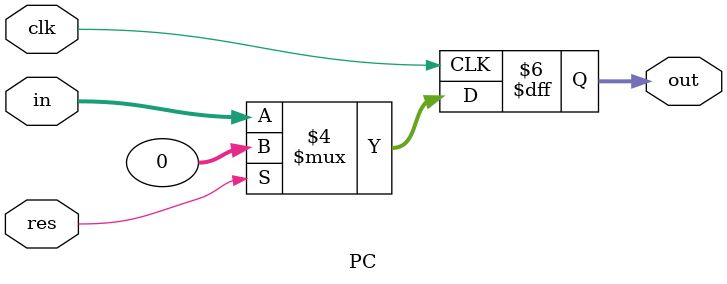
<source format=v>
module PC(clk, res, in, out);

    input clk, res;
    input [31:0] in;
    output reg [31:0] out = 32'b0;

    always @(posedge clk)
        if(res)
            out = 0;
        else
            out = in;        

endmodule
</source>
